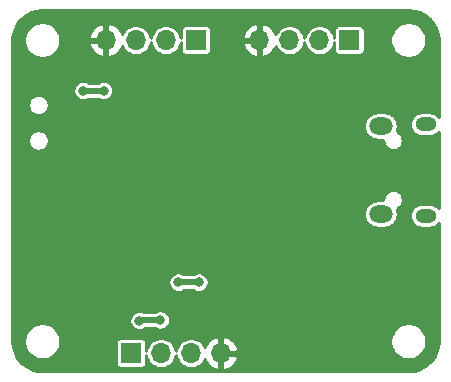
<source format=gbr>
%TF.GenerationSoftware,KiCad,Pcbnew,(5.1.10)-1*%
%TF.CreationDate,2025-06-17T20:32:58+05:30*%
%TF.ProjectId,STM32_Clone,53544d33-325f-4436-9c6f-6e652e6b6963,rev?*%
%TF.SameCoordinates,Original*%
%TF.FileFunction,Copper,L2,Bot*%
%TF.FilePolarity,Positive*%
%FSLAX46Y46*%
G04 Gerber Fmt 4.6, Leading zero omitted, Abs format (unit mm)*
G04 Created by KiCad (PCBNEW (5.1.10)-1) date 2025-06-17 20:32:58*
%MOMM*%
%LPD*%
G01*
G04 APERTURE LIST*
%TA.AperFunction,ComponentPad*%
%ADD10O,2.000000X1.450000*%
%TD*%
%TA.AperFunction,ComponentPad*%
%ADD11O,1.800000X1.150000*%
%TD*%
%TA.AperFunction,ComponentPad*%
%ADD12O,1.700000X1.700000*%
%TD*%
%TA.AperFunction,ComponentPad*%
%ADD13R,1.700000X1.700000*%
%TD*%
%TA.AperFunction,ViaPad*%
%ADD14C,0.800000*%
%TD*%
%TA.AperFunction,Conductor*%
%ADD15C,0.500000*%
%TD*%
%TA.AperFunction,Conductor*%
%ADD16C,0.250000*%
%TD*%
%TA.AperFunction,Conductor*%
%ADD17C,0.100000*%
%TD*%
G04 APERTURE END LIST*
D10*
%TO.P,J1,6*%
%TO.N,Net-(J1-Pad6)*%
X113650000Y-91225000D03*
X113650000Y-83775000D03*
D11*
X117450000Y-91375000D03*
X117450000Y-83625000D03*
%TD*%
D12*
%TO.P,J4,4*%
%TO.N,GND*%
X100120000Y-103000000D03*
%TO.P,J4,3*%
%TO.N,/I2C2_SDA*%
X97580000Y-103000000D03*
%TO.P,J4,2*%
%TO.N,/I2C2_SCL*%
X95040000Y-103000000D03*
D13*
%TO.P,J4,1*%
%TO.N,+3V3*%
X92500000Y-103000000D03*
%TD*%
D12*
%TO.P,J3,4*%
%TO.N,GND*%
X103380000Y-76500000D03*
%TO.P,J3,3*%
%TO.N,/SWCLK*%
X105920000Y-76500000D03*
%TO.P,J3,2*%
%TO.N,/SWDIO*%
X108460000Y-76500000D03*
D13*
%TO.P,J3,1*%
%TO.N,+3V3*%
X111000000Y-76500000D03*
%TD*%
D12*
%TO.P,J2,4*%
%TO.N,GND*%
X90380000Y-76500000D03*
%TO.P,J2,3*%
%TO.N,/USART1_RX*%
X92920000Y-76500000D03*
%TO.P,J2,2*%
%TO.N,/USART1_TX*%
X95460000Y-76500000D03*
D13*
%TO.P,J2,1*%
%TO.N,+3V3*%
X98000000Y-76500000D03*
%TD*%
D14*
%TO.N,GND*%
X98200000Y-92100000D03*
X95100000Y-96000000D03*
X87525000Y-94850000D03*
X88000000Y-99300000D03*
X87800000Y-90000000D03*
X103300000Y-87900000D03*
X93600000Y-90700000D03*
X87100000Y-79800000D03*
X90000000Y-84900000D03*
X115000000Y-93800000D03*
X93750000Y-87450000D03*
X108325000Y-90500000D03*
X108325000Y-91375000D03*
X108875000Y-95425000D03*
X109900000Y-95400000D03*
X111800000Y-94425000D03*
X84675000Y-93675000D03*
X88475000Y-93750000D03*
X89875000Y-88075000D03*
X112175000Y-86200000D03*
%TO.N,+3V3*%
X98250000Y-97000000D03*
X96500000Y-97000000D03*
X94975000Y-100200000D03*
X93200000Y-100250000D03*
X90200000Y-80775000D03*
X88450000Y-80775000D03*
%TD*%
D15*
%TO.N,+3V3*%
X98250000Y-97000000D02*
X96500000Y-97000000D01*
X93250000Y-100200000D02*
X93200000Y-100250000D01*
X94975000Y-100200000D02*
X93250000Y-100200000D01*
X90200000Y-80775000D02*
X88450000Y-80775000D01*
%TD*%
D16*
%TO.N,GND*%
X116494876Y-74000681D02*
X116970906Y-74144403D01*
X117409957Y-74377850D01*
X117795296Y-74692125D01*
X118112258Y-75075266D01*
X118348761Y-75512670D01*
X118495803Y-75987684D01*
X118550001Y-76503344D01*
X118550001Y-82993033D01*
X118485528Y-82914472D01*
X118333258Y-82789508D01*
X118159535Y-82696651D01*
X117971034Y-82639470D01*
X117824120Y-82625000D01*
X117075880Y-82625000D01*
X116928966Y-82639470D01*
X116740465Y-82696651D01*
X116566742Y-82789508D01*
X116414472Y-82914472D01*
X116289508Y-83066742D01*
X116196651Y-83240465D01*
X116139470Y-83428966D01*
X116120162Y-83625000D01*
X116139470Y-83821034D01*
X116196651Y-84009535D01*
X116289508Y-84183258D01*
X116414472Y-84335528D01*
X116566742Y-84460492D01*
X116740465Y-84553349D01*
X116928966Y-84610530D01*
X117075880Y-84625000D01*
X117824120Y-84625000D01*
X117971034Y-84610530D01*
X118159535Y-84553349D01*
X118333258Y-84460492D01*
X118485528Y-84335528D01*
X118550001Y-84256967D01*
X118550000Y-90743032D01*
X118485528Y-90664472D01*
X118333258Y-90539508D01*
X118159535Y-90446651D01*
X117971034Y-90389470D01*
X117824120Y-90375000D01*
X117075880Y-90375000D01*
X116928966Y-90389470D01*
X116740465Y-90446651D01*
X116566742Y-90539508D01*
X116414472Y-90664472D01*
X116289508Y-90816742D01*
X116196651Y-90990465D01*
X116139470Y-91178966D01*
X116120162Y-91375000D01*
X116139470Y-91571034D01*
X116196651Y-91759535D01*
X116289508Y-91933258D01*
X116414472Y-92085528D01*
X116566742Y-92210492D01*
X116740465Y-92303349D01*
X116928966Y-92360530D01*
X117075880Y-92375000D01*
X117824120Y-92375000D01*
X117971034Y-92360530D01*
X118159535Y-92303349D01*
X118333258Y-92210492D01*
X118485528Y-92085528D01*
X118550000Y-92006968D01*
X118550000Y-101977995D01*
X118499319Y-102494876D01*
X118355596Y-102970910D01*
X118122152Y-103409954D01*
X117807875Y-103795296D01*
X117424735Y-104112257D01*
X116987329Y-104348761D01*
X116512316Y-104495803D01*
X115996664Y-104550000D01*
X85022005Y-104550000D01*
X84505124Y-104499319D01*
X84029090Y-104355596D01*
X83590046Y-104122152D01*
X83204704Y-103807875D01*
X82887743Y-103424735D01*
X82651239Y-102987329D01*
X82504197Y-102512316D01*
X82450000Y-101996664D01*
X82450000Y-101849801D01*
X83475000Y-101849801D01*
X83475000Y-102150199D01*
X83533605Y-102444826D01*
X83648562Y-102722358D01*
X83815455Y-102972131D01*
X84027869Y-103184545D01*
X84277642Y-103351438D01*
X84555174Y-103466395D01*
X84849801Y-103525000D01*
X85150199Y-103525000D01*
X85444826Y-103466395D01*
X85722358Y-103351438D01*
X85972131Y-103184545D01*
X86184545Y-102972131D01*
X86351438Y-102722358D01*
X86466395Y-102444826D01*
X86525000Y-102150199D01*
X86525000Y-102150000D01*
X91222944Y-102150000D01*
X91222944Y-103850000D01*
X91231150Y-103933314D01*
X91255452Y-104013427D01*
X91294916Y-104087260D01*
X91348026Y-104151974D01*
X91412740Y-104205084D01*
X91486573Y-104244548D01*
X91566686Y-104268850D01*
X91650000Y-104277056D01*
X93350000Y-104277056D01*
X93433314Y-104268850D01*
X93513427Y-104244548D01*
X93587260Y-104205084D01*
X93651974Y-104151974D01*
X93705084Y-104087260D01*
X93744548Y-104013427D01*
X93768850Y-103933314D01*
X93777056Y-103850000D01*
X93777056Y-103186186D01*
X93813998Y-103371904D01*
X93910110Y-103603939D01*
X94049643Y-103812765D01*
X94227235Y-103990357D01*
X94436061Y-104129890D01*
X94668096Y-104226002D01*
X94914423Y-104275000D01*
X95165577Y-104275000D01*
X95411904Y-104226002D01*
X95643939Y-104129890D01*
X95852765Y-103990357D01*
X96030357Y-103812765D01*
X96169890Y-103603939D01*
X96266002Y-103371904D01*
X96310000Y-103150713D01*
X96353998Y-103371904D01*
X96450110Y-103603939D01*
X96589643Y-103812765D01*
X96767235Y-103990357D01*
X96976061Y-104129890D01*
X97208096Y-104226002D01*
X97454423Y-104275000D01*
X97705577Y-104275000D01*
X97951904Y-104226002D01*
X98183939Y-104129890D01*
X98392765Y-103990357D01*
X98570357Y-103812765D01*
X98709890Y-103603939D01*
X98745873Y-103517067D01*
X98784406Y-103625962D01*
X98932188Y-103874496D01*
X99125617Y-104089423D01*
X99357260Y-104262485D01*
X99618214Y-104387030D01*
X99766628Y-104432045D01*
X99995000Y-104312812D01*
X99995000Y-103125000D01*
X100245000Y-103125000D01*
X100245000Y-104312812D01*
X100473372Y-104432045D01*
X100621786Y-104387030D01*
X100882740Y-104262485D01*
X101114383Y-104089423D01*
X101307812Y-103874496D01*
X101455594Y-103625962D01*
X101552050Y-103353373D01*
X101433449Y-103125000D01*
X100245000Y-103125000D01*
X99995000Y-103125000D01*
X99975000Y-103125000D01*
X99975000Y-102875000D01*
X99995000Y-102875000D01*
X99995000Y-101687188D01*
X100245000Y-101687188D01*
X100245000Y-102875000D01*
X101433449Y-102875000D01*
X101552050Y-102646627D01*
X101455594Y-102374038D01*
X101307812Y-102125504D01*
X101114383Y-101910577D01*
X101033035Y-101849801D01*
X114475000Y-101849801D01*
X114475000Y-102150199D01*
X114533605Y-102444826D01*
X114648562Y-102722358D01*
X114815455Y-102972131D01*
X115027869Y-103184545D01*
X115277642Y-103351438D01*
X115555174Y-103466395D01*
X115849801Y-103525000D01*
X116150199Y-103525000D01*
X116444826Y-103466395D01*
X116722358Y-103351438D01*
X116972131Y-103184545D01*
X117184545Y-102972131D01*
X117351438Y-102722358D01*
X117466395Y-102444826D01*
X117525000Y-102150199D01*
X117525000Y-101849801D01*
X117466395Y-101555174D01*
X117351438Y-101277642D01*
X117184545Y-101027869D01*
X116972131Y-100815455D01*
X116722358Y-100648562D01*
X116444826Y-100533605D01*
X116150199Y-100475000D01*
X115849801Y-100475000D01*
X115555174Y-100533605D01*
X115277642Y-100648562D01*
X115027869Y-100815455D01*
X114815455Y-101027869D01*
X114648562Y-101277642D01*
X114533605Y-101555174D01*
X114475000Y-101849801D01*
X101033035Y-101849801D01*
X100882740Y-101737515D01*
X100621786Y-101612970D01*
X100473372Y-101567955D01*
X100245000Y-101687188D01*
X99995000Y-101687188D01*
X99766628Y-101567955D01*
X99618214Y-101612970D01*
X99357260Y-101737515D01*
X99125617Y-101910577D01*
X98932188Y-102125504D01*
X98784406Y-102374038D01*
X98745873Y-102482933D01*
X98709890Y-102396061D01*
X98570357Y-102187235D01*
X98392765Y-102009643D01*
X98183939Y-101870110D01*
X97951904Y-101773998D01*
X97705577Y-101725000D01*
X97454423Y-101725000D01*
X97208096Y-101773998D01*
X96976061Y-101870110D01*
X96767235Y-102009643D01*
X96589643Y-102187235D01*
X96450110Y-102396061D01*
X96353998Y-102628096D01*
X96310000Y-102849287D01*
X96266002Y-102628096D01*
X96169890Y-102396061D01*
X96030357Y-102187235D01*
X95852765Y-102009643D01*
X95643939Y-101870110D01*
X95411904Y-101773998D01*
X95165577Y-101725000D01*
X94914423Y-101725000D01*
X94668096Y-101773998D01*
X94436061Y-101870110D01*
X94227235Y-102009643D01*
X94049643Y-102187235D01*
X93910110Y-102396061D01*
X93813998Y-102628096D01*
X93777056Y-102813814D01*
X93777056Y-102150000D01*
X93768850Y-102066686D01*
X93744548Y-101986573D01*
X93705084Y-101912740D01*
X93651974Y-101848026D01*
X93587260Y-101794916D01*
X93513427Y-101755452D01*
X93433314Y-101731150D01*
X93350000Y-101722944D01*
X91650000Y-101722944D01*
X91566686Y-101731150D01*
X91486573Y-101755452D01*
X91412740Y-101794916D01*
X91348026Y-101848026D01*
X91294916Y-101912740D01*
X91255452Y-101986573D01*
X91231150Y-102066686D01*
X91222944Y-102150000D01*
X86525000Y-102150000D01*
X86525000Y-101849801D01*
X86466395Y-101555174D01*
X86351438Y-101277642D01*
X86184545Y-101027869D01*
X85972131Y-100815455D01*
X85722358Y-100648562D01*
X85444826Y-100533605D01*
X85150199Y-100475000D01*
X84849801Y-100475000D01*
X84555174Y-100533605D01*
X84277642Y-100648562D01*
X84027869Y-100815455D01*
X83815455Y-101027869D01*
X83648562Y-101277642D01*
X83533605Y-101555174D01*
X83475000Y-101849801D01*
X82450000Y-101849801D01*
X82450000Y-100168745D01*
X92375000Y-100168745D01*
X92375000Y-100331255D01*
X92406704Y-100490644D01*
X92468894Y-100640784D01*
X92559181Y-100775907D01*
X92674093Y-100890819D01*
X92809216Y-100981106D01*
X92959356Y-101043296D01*
X93118745Y-101075000D01*
X93281255Y-101075000D01*
X93440644Y-101043296D01*
X93590784Y-100981106D01*
X93725907Y-100890819D01*
X93741726Y-100875000D01*
X94500248Y-100875000D01*
X94584216Y-100931106D01*
X94734356Y-100993296D01*
X94893745Y-101025000D01*
X95056255Y-101025000D01*
X95215644Y-100993296D01*
X95365784Y-100931106D01*
X95500907Y-100840819D01*
X95615819Y-100725907D01*
X95706106Y-100590784D01*
X95768296Y-100440644D01*
X95800000Y-100281255D01*
X95800000Y-100118745D01*
X95768296Y-99959356D01*
X95706106Y-99809216D01*
X95615819Y-99674093D01*
X95500907Y-99559181D01*
X95365784Y-99468894D01*
X95215644Y-99406704D01*
X95056255Y-99375000D01*
X94893745Y-99375000D01*
X94734356Y-99406704D01*
X94584216Y-99468894D01*
X94500248Y-99525000D01*
X93599922Y-99525000D01*
X93590784Y-99518894D01*
X93440644Y-99456704D01*
X93281255Y-99425000D01*
X93118745Y-99425000D01*
X92959356Y-99456704D01*
X92809216Y-99518894D01*
X92674093Y-99609181D01*
X92559181Y-99724093D01*
X92468894Y-99859216D01*
X92406704Y-100009356D01*
X92375000Y-100168745D01*
X82450000Y-100168745D01*
X82450000Y-96918745D01*
X95675000Y-96918745D01*
X95675000Y-97081255D01*
X95706704Y-97240644D01*
X95768894Y-97390784D01*
X95859181Y-97525907D01*
X95974093Y-97640819D01*
X96109216Y-97731106D01*
X96259356Y-97793296D01*
X96418745Y-97825000D01*
X96581255Y-97825000D01*
X96740644Y-97793296D01*
X96890784Y-97731106D01*
X96974752Y-97675000D01*
X97775248Y-97675000D01*
X97859216Y-97731106D01*
X98009356Y-97793296D01*
X98168745Y-97825000D01*
X98331255Y-97825000D01*
X98490644Y-97793296D01*
X98640784Y-97731106D01*
X98775907Y-97640819D01*
X98890819Y-97525907D01*
X98981106Y-97390784D01*
X99043296Y-97240644D01*
X99075000Y-97081255D01*
X99075000Y-96918745D01*
X99043296Y-96759356D01*
X98981106Y-96609216D01*
X98890819Y-96474093D01*
X98775907Y-96359181D01*
X98640784Y-96268894D01*
X98490644Y-96206704D01*
X98331255Y-96175000D01*
X98168745Y-96175000D01*
X98009356Y-96206704D01*
X97859216Y-96268894D01*
X97775248Y-96325000D01*
X96974752Y-96325000D01*
X96890784Y-96268894D01*
X96740644Y-96206704D01*
X96581255Y-96175000D01*
X96418745Y-96175000D01*
X96259356Y-96206704D01*
X96109216Y-96268894D01*
X95974093Y-96359181D01*
X95859181Y-96474093D01*
X95768894Y-96609216D01*
X95706704Y-96759356D01*
X95675000Y-96918745D01*
X82450000Y-96918745D01*
X82450000Y-91225000D01*
X112219436Y-91225000D01*
X112241640Y-91450439D01*
X112307398Y-91667215D01*
X112414184Y-91866997D01*
X112557893Y-92042107D01*
X112733003Y-92185816D01*
X112932785Y-92292602D01*
X113149561Y-92358360D01*
X113318508Y-92375000D01*
X113981492Y-92375000D01*
X114150439Y-92358360D01*
X114367215Y-92292602D01*
X114566997Y-92185816D01*
X114742107Y-92042107D01*
X114885816Y-91866997D01*
X114992602Y-91667215D01*
X115058360Y-91450439D01*
X115080564Y-91225000D01*
X115058360Y-90999561D01*
X114992602Y-90782785D01*
X114987783Y-90773770D01*
X115090784Y-90731106D01*
X115225907Y-90640819D01*
X115340819Y-90525907D01*
X115431106Y-90390784D01*
X115493296Y-90240644D01*
X115525000Y-90081255D01*
X115525000Y-89918745D01*
X115493296Y-89759356D01*
X115431106Y-89609216D01*
X115340819Y-89474093D01*
X115225907Y-89359181D01*
X115090784Y-89268894D01*
X114940644Y-89206704D01*
X114781255Y-89175000D01*
X114618745Y-89175000D01*
X114459356Y-89206704D01*
X114309216Y-89268894D01*
X114174093Y-89359181D01*
X114059181Y-89474093D01*
X113968894Y-89609216D01*
X113906704Y-89759356D01*
X113875000Y-89918745D01*
X113875000Y-90075000D01*
X113318508Y-90075000D01*
X113149561Y-90091640D01*
X112932785Y-90157398D01*
X112733003Y-90264184D01*
X112557893Y-90407893D01*
X112414184Y-90583003D01*
X112307398Y-90782785D01*
X112241640Y-90999561D01*
X112219436Y-91225000D01*
X82450000Y-91225000D01*
X82450000Y-84913820D01*
X83795000Y-84913820D01*
X83795000Y-85086180D01*
X83828626Y-85255228D01*
X83894585Y-85414468D01*
X83990343Y-85557780D01*
X84112220Y-85679657D01*
X84255532Y-85775415D01*
X84414772Y-85841374D01*
X84583820Y-85875000D01*
X84756180Y-85875000D01*
X84925228Y-85841374D01*
X85084468Y-85775415D01*
X85227780Y-85679657D01*
X85349657Y-85557780D01*
X85445415Y-85414468D01*
X85511374Y-85255228D01*
X85545000Y-85086180D01*
X85545000Y-84913820D01*
X85511374Y-84744772D01*
X85445415Y-84585532D01*
X85349657Y-84442220D01*
X85227780Y-84320343D01*
X85084468Y-84224585D01*
X84925228Y-84158626D01*
X84756180Y-84125000D01*
X84583820Y-84125000D01*
X84414772Y-84158626D01*
X84255532Y-84224585D01*
X84112220Y-84320343D01*
X83990343Y-84442220D01*
X83894585Y-84585532D01*
X83828626Y-84744772D01*
X83795000Y-84913820D01*
X82450000Y-84913820D01*
X82450000Y-83775000D01*
X112219436Y-83775000D01*
X112241640Y-84000439D01*
X112307398Y-84217215D01*
X112414184Y-84416997D01*
X112557893Y-84592107D01*
X112733003Y-84735816D01*
X112932785Y-84842602D01*
X113149561Y-84908360D01*
X113318508Y-84925000D01*
X113875000Y-84925000D01*
X113875000Y-85081255D01*
X113906704Y-85240644D01*
X113968894Y-85390784D01*
X114059181Y-85525907D01*
X114174093Y-85640819D01*
X114309216Y-85731106D01*
X114459356Y-85793296D01*
X114618745Y-85825000D01*
X114781255Y-85825000D01*
X114940644Y-85793296D01*
X115090784Y-85731106D01*
X115225907Y-85640819D01*
X115340819Y-85525907D01*
X115431106Y-85390784D01*
X115493296Y-85240644D01*
X115525000Y-85081255D01*
X115525000Y-84918745D01*
X115493296Y-84759356D01*
X115431106Y-84609216D01*
X115340819Y-84474093D01*
X115225907Y-84359181D01*
X115090784Y-84268894D01*
X114987783Y-84226230D01*
X114992602Y-84217215D01*
X115058360Y-84000439D01*
X115080564Y-83775000D01*
X115058360Y-83549561D01*
X114992602Y-83332785D01*
X114885816Y-83133003D01*
X114742107Y-82957893D01*
X114566997Y-82814184D01*
X114367215Y-82707398D01*
X114150439Y-82641640D01*
X113981492Y-82625000D01*
X113318508Y-82625000D01*
X113149561Y-82641640D01*
X112932785Y-82707398D01*
X112733003Y-82814184D01*
X112557893Y-82957893D01*
X112414184Y-83133003D01*
X112307398Y-83332785D01*
X112241640Y-83549561D01*
X112219436Y-83775000D01*
X82450000Y-83775000D01*
X82450000Y-81913820D01*
X83795000Y-81913820D01*
X83795000Y-82086180D01*
X83828626Y-82255228D01*
X83894585Y-82414468D01*
X83990343Y-82557780D01*
X84112220Y-82679657D01*
X84255532Y-82775415D01*
X84414772Y-82841374D01*
X84583820Y-82875000D01*
X84756180Y-82875000D01*
X84925228Y-82841374D01*
X85084468Y-82775415D01*
X85227780Y-82679657D01*
X85349657Y-82557780D01*
X85445415Y-82414468D01*
X85511374Y-82255228D01*
X85545000Y-82086180D01*
X85545000Y-81913820D01*
X85511374Y-81744772D01*
X85445415Y-81585532D01*
X85349657Y-81442220D01*
X85227780Y-81320343D01*
X85084468Y-81224585D01*
X84925228Y-81158626D01*
X84756180Y-81125000D01*
X84583820Y-81125000D01*
X84414772Y-81158626D01*
X84255532Y-81224585D01*
X84112220Y-81320343D01*
X83990343Y-81442220D01*
X83894585Y-81585532D01*
X83828626Y-81744772D01*
X83795000Y-81913820D01*
X82450000Y-81913820D01*
X82450000Y-80693745D01*
X87625000Y-80693745D01*
X87625000Y-80856255D01*
X87656704Y-81015644D01*
X87718894Y-81165784D01*
X87809181Y-81300907D01*
X87924093Y-81415819D01*
X88059216Y-81506106D01*
X88209356Y-81568296D01*
X88368745Y-81600000D01*
X88531255Y-81600000D01*
X88690644Y-81568296D01*
X88840784Y-81506106D01*
X88924752Y-81450000D01*
X89725248Y-81450000D01*
X89809216Y-81506106D01*
X89959356Y-81568296D01*
X90118745Y-81600000D01*
X90281255Y-81600000D01*
X90440644Y-81568296D01*
X90590784Y-81506106D01*
X90725907Y-81415819D01*
X90840819Y-81300907D01*
X90931106Y-81165784D01*
X90993296Y-81015644D01*
X91025000Y-80856255D01*
X91025000Y-80693745D01*
X90993296Y-80534356D01*
X90931106Y-80384216D01*
X90840819Y-80249093D01*
X90725907Y-80134181D01*
X90590784Y-80043894D01*
X90440644Y-79981704D01*
X90281255Y-79950000D01*
X90118745Y-79950000D01*
X89959356Y-79981704D01*
X89809216Y-80043894D01*
X89725248Y-80100000D01*
X88924752Y-80100000D01*
X88840784Y-80043894D01*
X88690644Y-79981704D01*
X88531255Y-79950000D01*
X88368745Y-79950000D01*
X88209356Y-79981704D01*
X88059216Y-80043894D01*
X87924093Y-80134181D01*
X87809181Y-80249093D01*
X87718894Y-80384216D01*
X87656704Y-80534356D01*
X87625000Y-80693745D01*
X82450000Y-80693745D01*
X82450000Y-76522006D01*
X82466884Y-76349801D01*
X83475000Y-76349801D01*
X83475000Y-76650199D01*
X83533605Y-76944826D01*
X83648562Y-77222358D01*
X83815455Y-77472131D01*
X84027869Y-77684545D01*
X84277642Y-77851438D01*
X84555174Y-77966395D01*
X84849801Y-78025000D01*
X85150199Y-78025000D01*
X85444826Y-77966395D01*
X85722358Y-77851438D01*
X85972131Y-77684545D01*
X86184545Y-77472131D01*
X86351438Y-77222358D01*
X86466395Y-76944826D01*
X86484586Y-76853373D01*
X88947950Y-76853373D01*
X89044406Y-77125962D01*
X89192188Y-77374496D01*
X89385617Y-77589423D01*
X89617260Y-77762485D01*
X89878214Y-77887030D01*
X90026628Y-77932045D01*
X90255000Y-77812812D01*
X90255000Y-76625000D01*
X89066551Y-76625000D01*
X88947950Y-76853373D01*
X86484586Y-76853373D01*
X86525000Y-76650199D01*
X86525000Y-76349801D01*
X86484587Y-76146627D01*
X88947950Y-76146627D01*
X89066551Y-76375000D01*
X90255000Y-76375000D01*
X90255000Y-75187188D01*
X90505000Y-75187188D01*
X90505000Y-76375000D01*
X90525000Y-76375000D01*
X90525000Y-76625000D01*
X90505000Y-76625000D01*
X90505000Y-77812812D01*
X90733372Y-77932045D01*
X90881786Y-77887030D01*
X91142740Y-77762485D01*
X91374383Y-77589423D01*
X91567812Y-77374496D01*
X91715594Y-77125962D01*
X91754127Y-77017067D01*
X91790110Y-77103939D01*
X91929643Y-77312765D01*
X92107235Y-77490357D01*
X92316061Y-77629890D01*
X92548096Y-77726002D01*
X92794423Y-77775000D01*
X93045577Y-77775000D01*
X93291904Y-77726002D01*
X93523939Y-77629890D01*
X93732765Y-77490357D01*
X93910357Y-77312765D01*
X94049890Y-77103939D01*
X94146002Y-76871904D01*
X94190000Y-76650713D01*
X94233998Y-76871904D01*
X94330110Y-77103939D01*
X94469643Y-77312765D01*
X94647235Y-77490357D01*
X94856061Y-77629890D01*
X95088096Y-77726002D01*
X95334423Y-77775000D01*
X95585577Y-77775000D01*
X95831904Y-77726002D01*
X96063939Y-77629890D01*
X96272765Y-77490357D01*
X96450357Y-77312765D01*
X96589890Y-77103939D01*
X96686002Y-76871904D01*
X96722944Y-76686186D01*
X96722944Y-77350000D01*
X96731150Y-77433314D01*
X96755452Y-77513427D01*
X96794916Y-77587260D01*
X96848026Y-77651974D01*
X96912740Y-77705084D01*
X96986573Y-77744548D01*
X97066686Y-77768850D01*
X97150000Y-77777056D01*
X98850000Y-77777056D01*
X98933314Y-77768850D01*
X99013427Y-77744548D01*
X99087260Y-77705084D01*
X99151974Y-77651974D01*
X99205084Y-77587260D01*
X99244548Y-77513427D01*
X99268850Y-77433314D01*
X99277056Y-77350000D01*
X99277056Y-76853373D01*
X101947950Y-76853373D01*
X102044406Y-77125962D01*
X102192188Y-77374496D01*
X102385617Y-77589423D01*
X102617260Y-77762485D01*
X102878214Y-77887030D01*
X103026628Y-77932045D01*
X103255000Y-77812812D01*
X103255000Y-76625000D01*
X102066551Y-76625000D01*
X101947950Y-76853373D01*
X99277056Y-76853373D01*
X99277056Y-76146627D01*
X101947950Y-76146627D01*
X102066551Y-76375000D01*
X103255000Y-76375000D01*
X103255000Y-75187188D01*
X103505000Y-75187188D01*
X103505000Y-76375000D01*
X103525000Y-76375000D01*
X103525000Y-76625000D01*
X103505000Y-76625000D01*
X103505000Y-77812812D01*
X103733372Y-77932045D01*
X103881786Y-77887030D01*
X104142740Y-77762485D01*
X104374383Y-77589423D01*
X104567812Y-77374496D01*
X104715594Y-77125962D01*
X104754127Y-77017067D01*
X104790110Y-77103939D01*
X104929643Y-77312765D01*
X105107235Y-77490357D01*
X105316061Y-77629890D01*
X105548096Y-77726002D01*
X105794423Y-77775000D01*
X106045577Y-77775000D01*
X106291904Y-77726002D01*
X106523939Y-77629890D01*
X106732765Y-77490357D01*
X106910357Y-77312765D01*
X107049890Y-77103939D01*
X107146002Y-76871904D01*
X107190000Y-76650713D01*
X107233998Y-76871904D01*
X107330110Y-77103939D01*
X107469643Y-77312765D01*
X107647235Y-77490357D01*
X107856061Y-77629890D01*
X108088096Y-77726002D01*
X108334423Y-77775000D01*
X108585577Y-77775000D01*
X108831904Y-77726002D01*
X109063939Y-77629890D01*
X109272765Y-77490357D01*
X109450357Y-77312765D01*
X109589890Y-77103939D01*
X109686002Y-76871904D01*
X109722944Y-76686186D01*
X109722944Y-77350000D01*
X109731150Y-77433314D01*
X109755452Y-77513427D01*
X109794916Y-77587260D01*
X109848026Y-77651974D01*
X109912740Y-77705084D01*
X109986573Y-77744548D01*
X110066686Y-77768850D01*
X110150000Y-77777056D01*
X111850000Y-77777056D01*
X111933314Y-77768850D01*
X112013427Y-77744548D01*
X112087260Y-77705084D01*
X112151974Y-77651974D01*
X112205084Y-77587260D01*
X112244548Y-77513427D01*
X112268850Y-77433314D01*
X112277056Y-77350000D01*
X112277056Y-76349801D01*
X114475000Y-76349801D01*
X114475000Y-76650199D01*
X114533605Y-76944826D01*
X114648562Y-77222358D01*
X114815455Y-77472131D01*
X115027869Y-77684545D01*
X115277642Y-77851438D01*
X115555174Y-77966395D01*
X115849801Y-78025000D01*
X116150199Y-78025000D01*
X116444826Y-77966395D01*
X116722358Y-77851438D01*
X116972131Y-77684545D01*
X117184545Y-77472131D01*
X117351438Y-77222358D01*
X117466395Y-76944826D01*
X117525000Y-76650199D01*
X117525000Y-76349801D01*
X117466395Y-76055174D01*
X117351438Y-75777642D01*
X117184545Y-75527869D01*
X116972131Y-75315455D01*
X116722358Y-75148562D01*
X116444826Y-75033605D01*
X116150199Y-74975000D01*
X115849801Y-74975000D01*
X115555174Y-75033605D01*
X115277642Y-75148562D01*
X115027869Y-75315455D01*
X114815455Y-75527869D01*
X114648562Y-75777642D01*
X114533605Y-76055174D01*
X114475000Y-76349801D01*
X112277056Y-76349801D01*
X112277056Y-75650000D01*
X112268850Y-75566686D01*
X112244548Y-75486573D01*
X112205084Y-75412740D01*
X112151974Y-75348026D01*
X112087260Y-75294916D01*
X112013427Y-75255452D01*
X111933314Y-75231150D01*
X111850000Y-75222944D01*
X110150000Y-75222944D01*
X110066686Y-75231150D01*
X109986573Y-75255452D01*
X109912740Y-75294916D01*
X109848026Y-75348026D01*
X109794916Y-75412740D01*
X109755452Y-75486573D01*
X109731150Y-75566686D01*
X109722944Y-75650000D01*
X109722944Y-76313814D01*
X109686002Y-76128096D01*
X109589890Y-75896061D01*
X109450357Y-75687235D01*
X109272765Y-75509643D01*
X109063939Y-75370110D01*
X108831904Y-75273998D01*
X108585577Y-75225000D01*
X108334423Y-75225000D01*
X108088096Y-75273998D01*
X107856061Y-75370110D01*
X107647235Y-75509643D01*
X107469643Y-75687235D01*
X107330110Y-75896061D01*
X107233998Y-76128096D01*
X107190000Y-76349287D01*
X107146002Y-76128096D01*
X107049890Y-75896061D01*
X106910357Y-75687235D01*
X106732765Y-75509643D01*
X106523939Y-75370110D01*
X106291904Y-75273998D01*
X106045577Y-75225000D01*
X105794423Y-75225000D01*
X105548096Y-75273998D01*
X105316061Y-75370110D01*
X105107235Y-75509643D01*
X104929643Y-75687235D01*
X104790110Y-75896061D01*
X104754127Y-75982933D01*
X104715594Y-75874038D01*
X104567812Y-75625504D01*
X104374383Y-75410577D01*
X104142740Y-75237515D01*
X103881786Y-75112970D01*
X103733372Y-75067955D01*
X103505000Y-75187188D01*
X103255000Y-75187188D01*
X103026628Y-75067955D01*
X102878214Y-75112970D01*
X102617260Y-75237515D01*
X102385617Y-75410577D01*
X102192188Y-75625504D01*
X102044406Y-75874038D01*
X101947950Y-76146627D01*
X99277056Y-76146627D01*
X99277056Y-75650000D01*
X99268850Y-75566686D01*
X99244548Y-75486573D01*
X99205084Y-75412740D01*
X99151974Y-75348026D01*
X99087260Y-75294916D01*
X99013427Y-75255452D01*
X98933314Y-75231150D01*
X98850000Y-75222944D01*
X97150000Y-75222944D01*
X97066686Y-75231150D01*
X96986573Y-75255452D01*
X96912740Y-75294916D01*
X96848026Y-75348026D01*
X96794916Y-75412740D01*
X96755452Y-75486573D01*
X96731150Y-75566686D01*
X96722944Y-75650000D01*
X96722944Y-76313814D01*
X96686002Y-76128096D01*
X96589890Y-75896061D01*
X96450357Y-75687235D01*
X96272765Y-75509643D01*
X96063939Y-75370110D01*
X95831904Y-75273998D01*
X95585577Y-75225000D01*
X95334423Y-75225000D01*
X95088096Y-75273998D01*
X94856061Y-75370110D01*
X94647235Y-75509643D01*
X94469643Y-75687235D01*
X94330110Y-75896061D01*
X94233998Y-76128096D01*
X94190000Y-76349287D01*
X94146002Y-76128096D01*
X94049890Y-75896061D01*
X93910357Y-75687235D01*
X93732765Y-75509643D01*
X93523939Y-75370110D01*
X93291904Y-75273998D01*
X93045577Y-75225000D01*
X92794423Y-75225000D01*
X92548096Y-75273998D01*
X92316061Y-75370110D01*
X92107235Y-75509643D01*
X91929643Y-75687235D01*
X91790110Y-75896061D01*
X91754127Y-75982933D01*
X91715594Y-75874038D01*
X91567812Y-75625504D01*
X91374383Y-75410577D01*
X91142740Y-75237515D01*
X90881786Y-75112970D01*
X90733372Y-75067955D01*
X90505000Y-75187188D01*
X90255000Y-75187188D01*
X90026628Y-75067955D01*
X89878214Y-75112970D01*
X89617260Y-75237515D01*
X89385617Y-75410577D01*
X89192188Y-75625504D01*
X89044406Y-75874038D01*
X88947950Y-76146627D01*
X86484587Y-76146627D01*
X86466395Y-76055174D01*
X86351438Y-75777642D01*
X86184545Y-75527869D01*
X85972131Y-75315455D01*
X85722358Y-75148562D01*
X85444826Y-75033605D01*
X85150199Y-74975000D01*
X84849801Y-74975000D01*
X84555174Y-75033605D01*
X84277642Y-75148562D01*
X84027869Y-75315455D01*
X83815455Y-75527869D01*
X83648562Y-75777642D01*
X83533605Y-76055174D01*
X83475000Y-76349801D01*
X82466884Y-76349801D01*
X82500681Y-76005124D01*
X82644403Y-75529094D01*
X82877850Y-75090043D01*
X83192125Y-74704704D01*
X83575266Y-74387742D01*
X84012670Y-74151239D01*
X84487684Y-74004197D01*
X85003335Y-73950000D01*
X115977994Y-73950000D01*
X116494876Y-74000681D01*
%TA.AperFunction,Conductor*%
D17*
G36*
X116494876Y-74000681D02*
G01*
X116970906Y-74144403D01*
X117409957Y-74377850D01*
X117795296Y-74692125D01*
X118112258Y-75075266D01*
X118348761Y-75512670D01*
X118495803Y-75987684D01*
X118550001Y-76503344D01*
X118550001Y-82993033D01*
X118485528Y-82914472D01*
X118333258Y-82789508D01*
X118159535Y-82696651D01*
X117971034Y-82639470D01*
X117824120Y-82625000D01*
X117075880Y-82625000D01*
X116928966Y-82639470D01*
X116740465Y-82696651D01*
X116566742Y-82789508D01*
X116414472Y-82914472D01*
X116289508Y-83066742D01*
X116196651Y-83240465D01*
X116139470Y-83428966D01*
X116120162Y-83625000D01*
X116139470Y-83821034D01*
X116196651Y-84009535D01*
X116289508Y-84183258D01*
X116414472Y-84335528D01*
X116566742Y-84460492D01*
X116740465Y-84553349D01*
X116928966Y-84610530D01*
X117075880Y-84625000D01*
X117824120Y-84625000D01*
X117971034Y-84610530D01*
X118159535Y-84553349D01*
X118333258Y-84460492D01*
X118485528Y-84335528D01*
X118550001Y-84256967D01*
X118550000Y-90743032D01*
X118485528Y-90664472D01*
X118333258Y-90539508D01*
X118159535Y-90446651D01*
X117971034Y-90389470D01*
X117824120Y-90375000D01*
X117075880Y-90375000D01*
X116928966Y-90389470D01*
X116740465Y-90446651D01*
X116566742Y-90539508D01*
X116414472Y-90664472D01*
X116289508Y-90816742D01*
X116196651Y-90990465D01*
X116139470Y-91178966D01*
X116120162Y-91375000D01*
X116139470Y-91571034D01*
X116196651Y-91759535D01*
X116289508Y-91933258D01*
X116414472Y-92085528D01*
X116566742Y-92210492D01*
X116740465Y-92303349D01*
X116928966Y-92360530D01*
X117075880Y-92375000D01*
X117824120Y-92375000D01*
X117971034Y-92360530D01*
X118159535Y-92303349D01*
X118333258Y-92210492D01*
X118485528Y-92085528D01*
X118550000Y-92006968D01*
X118550000Y-101977995D01*
X118499319Y-102494876D01*
X118355596Y-102970910D01*
X118122152Y-103409954D01*
X117807875Y-103795296D01*
X117424735Y-104112257D01*
X116987329Y-104348761D01*
X116512316Y-104495803D01*
X115996664Y-104550000D01*
X85022005Y-104550000D01*
X84505124Y-104499319D01*
X84029090Y-104355596D01*
X83590046Y-104122152D01*
X83204704Y-103807875D01*
X82887743Y-103424735D01*
X82651239Y-102987329D01*
X82504197Y-102512316D01*
X82450000Y-101996664D01*
X82450000Y-101849801D01*
X83475000Y-101849801D01*
X83475000Y-102150199D01*
X83533605Y-102444826D01*
X83648562Y-102722358D01*
X83815455Y-102972131D01*
X84027869Y-103184545D01*
X84277642Y-103351438D01*
X84555174Y-103466395D01*
X84849801Y-103525000D01*
X85150199Y-103525000D01*
X85444826Y-103466395D01*
X85722358Y-103351438D01*
X85972131Y-103184545D01*
X86184545Y-102972131D01*
X86351438Y-102722358D01*
X86466395Y-102444826D01*
X86525000Y-102150199D01*
X86525000Y-102150000D01*
X91222944Y-102150000D01*
X91222944Y-103850000D01*
X91231150Y-103933314D01*
X91255452Y-104013427D01*
X91294916Y-104087260D01*
X91348026Y-104151974D01*
X91412740Y-104205084D01*
X91486573Y-104244548D01*
X91566686Y-104268850D01*
X91650000Y-104277056D01*
X93350000Y-104277056D01*
X93433314Y-104268850D01*
X93513427Y-104244548D01*
X93587260Y-104205084D01*
X93651974Y-104151974D01*
X93705084Y-104087260D01*
X93744548Y-104013427D01*
X93768850Y-103933314D01*
X93777056Y-103850000D01*
X93777056Y-103186186D01*
X93813998Y-103371904D01*
X93910110Y-103603939D01*
X94049643Y-103812765D01*
X94227235Y-103990357D01*
X94436061Y-104129890D01*
X94668096Y-104226002D01*
X94914423Y-104275000D01*
X95165577Y-104275000D01*
X95411904Y-104226002D01*
X95643939Y-104129890D01*
X95852765Y-103990357D01*
X96030357Y-103812765D01*
X96169890Y-103603939D01*
X96266002Y-103371904D01*
X96310000Y-103150713D01*
X96353998Y-103371904D01*
X96450110Y-103603939D01*
X96589643Y-103812765D01*
X96767235Y-103990357D01*
X96976061Y-104129890D01*
X97208096Y-104226002D01*
X97454423Y-104275000D01*
X97705577Y-104275000D01*
X97951904Y-104226002D01*
X98183939Y-104129890D01*
X98392765Y-103990357D01*
X98570357Y-103812765D01*
X98709890Y-103603939D01*
X98745873Y-103517067D01*
X98784406Y-103625962D01*
X98932188Y-103874496D01*
X99125617Y-104089423D01*
X99357260Y-104262485D01*
X99618214Y-104387030D01*
X99766628Y-104432045D01*
X99995000Y-104312812D01*
X99995000Y-103125000D01*
X100245000Y-103125000D01*
X100245000Y-104312812D01*
X100473372Y-104432045D01*
X100621786Y-104387030D01*
X100882740Y-104262485D01*
X101114383Y-104089423D01*
X101307812Y-103874496D01*
X101455594Y-103625962D01*
X101552050Y-103353373D01*
X101433449Y-103125000D01*
X100245000Y-103125000D01*
X99995000Y-103125000D01*
X99975000Y-103125000D01*
X99975000Y-102875000D01*
X99995000Y-102875000D01*
X99995000Y-101687188D01*
X100245000Y-101687188D01*
X100245000Y-102875000D01*
X101433449Y-102875000D01*
X101552050Y-102646627D01*
X101455594Y-102374038D01*
X101307812Y-102125504D01*
X101114383Y-101910577D01*
X101033035Y-101849801D01*
X114475000Y-101849801D01*
X114475000Y-102150199D01*
X114533605Y-102444826D01*
X114648562Y-102722358D01*
X114815455Y-102972131D01*
X115027869Y-103184545D01*
X115277642Y-103351438D01*
X115555174Y-103466395D01*
X115849801Y-103525000D01*
X116150199Y-103525000D01*
X116444826Y-103466395D01*
X116722358Y-103351438D01*
X116972131Y-103184545D01*
X117184545Y-102972131D01*
X117351438Y-102722358D01*
X117466395Y-102444826D01*
X117525000Y-102150199D01*
X117525000Y-101849801D01*
X117466395Y-101555174D01*
X117351438Y-101277642D01*
X117184545Y-101027869D01*
X116972131Y-100815455D01*
X116722358Y-100648562D01*
X116444826Y-100533605D01*
X116150199Y-100475000D01*
X115849801Y-100475000D01*
X115555174Y-100533605D01*
X115277642Y-100648562D01*
X115027869Y-100815455D01*
X114815455Y-101027869D01*
X114648562Y-101277642D01*
X114533605Y-101555174D01*
X114475000Y-101849801D01*
X101033035Y-101849801D01*
X100882740Y-101737515D01*
X100621786Y-101612970D01*
X100473372Y-101567955D01*
X100245000Y-101687188D01*
X99995000Y-101687188D01*
X99766628Y-101567955D01*
X99618214Y-101612970D01*
X99357260Y-101737515D01*
X99125617Y-101910577D01*
X98932188Y-102125504D01*
X98784406Y-102374038D01*
X98745873Y-102482933D01*
X98709890Y-102396061D01*
X98570357Y-102187235D01*
X98392765Y-102009643D01*
X98183939Y-101870110D01*
X97951904Y-101773998D01*
X97705577Y-101725000D01*
X97454423Y-101725000D01*
X97208096Y-101773998D01*
X96976061Y-101870110D01*
X96767235Y-102009643D01*
X96589643Y-102187235D01*
X96450110Y-102396061D01*
X96353998Y-102628096D01*
X96310000Y-102849287D01*
X96266002Y-102628096D01*
X96169890Y-102396061D01*
X96030357Y-102187235D01*
X95852765Y-102009643D01*
X95643939Y-101870110D01*
X95411904Y-101773998D01*
X95165577Y-101725000D01*
X94914423Y-101725000D01*
X94668096Y-101773998D01*
X94436061Y-101870110D01*
X94227235Y-102009643D01*
X94049643Y-102187235D01*
X93910110Y-102396061D01*
X93813998Y-102628096D01*
X93777056Y-102813814D01*
X93777056Y-102150000D01*
X93768850Y-102066686D01*
X93744548Y-101986573D01*
X93705084Y-101912740D01*
X93651974Y-101848026D01*
X93587260Y-101794916D01*
X93513427Y-101755452D01*
X93433314Y-101731150D01*
X93350000Y-101722944D01*
X91650000Y-101722944D01*
X91566686Y-101731150D01*
X91486573Y-101755452D01*
X91412740Y-101794916D01*
X91348026Y-101848026D01*
X91294916Y-101912740D01*
X91255452Y-101986573D01*
X91231150Y-102066686D01*
X91222944Y-102150000D01*
X86525000Y-102150000D01*
X86525000Y-101849801D01*
X86466395Y-101555174D01*
X86351438Y-101277642D01*
X86184545Y-101027869D01*
X85972131Y-100815455D01*
X85722358Y-100648562D01*
X85444826Y-100533605D01*
X85150199Y-100475000D01*
X84849801Y-100475000D01*
X84555174Y-100533605D01*
X84277642Y-100648562D01*
X84027869Y-100815455D01*
X83815455Y-101027869D01*
X83648562Y-101277642D01*
X83533605Y-101555174D01*
X83475000Y-101849801D01*
X82450000Y-101849801D01*
X82450000Y-100168745D01*
X92375000Y-100168745D01*
X92375000Y-100331255D01*
X92406704Y-100490644D01*
X92468894Y-100640784D01*
X92559181Y-100775907D01*
X92674093Y-100890819D01*
X92809216Y-100981106D01*
X92959356Y-101043296D01*
X93118745Y-101075000D01*
X93281255Y-101075000D01*
X93440644Y-101043296D01*
X93590784Y-100981106D01*
X93725907Y-100890819D01*
X93741726Y-100875000D01*
X94500248Y-100875000D01*
X94584216Y-100931106D01*
X94734356Y-100993296D01*
X94893745Y-101025000D01*
X95056255Y-101025000D01*
X95215644Y-100993296D01*
X95365784Y-100931106D01*
X95500907Y-100840819D01*
X95615819Y-100725907D01*
X95706106Y-100590784D01*
X95768296Y-100440644D01*
X95800000Y-100281255D01*
X95800000Y-100118745D01*
X95768296Y-99959356D01*
X95706106Y-99809216D01*
X95615819Y-99674093D01*
X95500907Y-99559181D01*
X95365784Y-99468894D01*
X95215644Y-99406704D01*
X95056255Y-99375000D01*
X94893745Y-99375000D01*
X94734356Y-99406704D01*
X94584216Y-99468894D01*
X94500248Y-99525000D01*
X93599922Y-99525000D01*
X93590784Y-99518894D01*
X93440644Y-99456704D01*
X93281255Y-99425000D01*
X93118745Y-99425000D01*
X92959356Y-99456704D01*
X92809216Y-99518894D01*
X92674093Y-99609181D01*
X92559181Y-99724093D01*
X92468894Y-99859216D01*
X92406704Y-100009356D01*
X92375000Y-100168745D01*
X82450000Y-100168745D01*
X82450000Y-96918745D01*
X95675000Y-96918745D01*
X95675000Y-97081255D01*
X95706704Y-97240644D01*
X95768894Y-97390784D01*
X95859181Y-97525907D01*
X95974093Y-97640819D01*
X96109216Y-97731106D01*
X96259356Y-97793296D01*
X96418745Y-97825000D01*
X96581255Y-97825000D01*
X96740644Y-97793296D01*
X96890784Y-97731106D01*
X96974752Y-97675000D01*
X97775248Y-97675000D01*
X97859216Y-97731106D01*
X98009356Y-97793296D01*
X98168745Y-97825000D01*
X98331255Y-97825000D01*
X98490644Y-97793296D01*
X98640784Y-97731106D01*
X98775907Y-97640819D01*
X98890819Y-97525907D01*
X98981106Y-97390784D01*
X99043296Y-97240644D01*
X99075000Y-97081255D01*
X99075000Y-96918745D01*
X99043296Y-96759356D01*
X98981106Y-96609216D01*
X98890819Y-96474093D01*
X98775907Y-96359181D01*
X98640784Y-96268894D01*
X98490644Y-96206704D01*
X98331255Y-96175000D01*
X98168745Y-96175000D01*
X98009356Y-96206704D01*
X97859216Y-96268894D01*
X97775248Y-96325000D01*
X96974752Y-96325000D01*
X96890784Y-96268894D01*
X96740644Y-96206704D01*
X96581255Y-96175000D01*
X96418745Y-96175000D01*
X96259356Y-96206704D01*
X96109216Y-96268894D01*
X95974093Y-96359181D01*
X95859181Y-96474093D01*
X95768894Y-96609216D01*
X95706704Y-96759356D01*
X95675000Y-96918745D01*
X82450000Y-96918745D01*
X82450000Y-91225000D01*
X112219436Y-91225000D01*
X112241640Y-91450439D01*
X112307398Y-91667215D01*
X112414184Y-91866997D01*
X112557893Y-92042107D01*
X112733003Y-92185816D01*
X112932785Y-92292602D01*
X113149561Y-92358360D01*
X113318508Y-92375000D01*
X113981492Y-92375000D01*
X114150439Y-92358360D01*
X114367215Y-92292602D01*
X114566997Y-92185816D01*
X114742107Y-92042107D01*
X114885816Y-91866997D01*
X114992602Y-91667215D01*
X115058360Y-91450439D01*
X115080564Y-91225000D01*
X115058360Y-90999561D01*
X114992602Y-90782785D01*
X114987783Y-90773770D01*
X115090784Y-90731106D01*
X115225907Y-90640819D01*
X115340819Y-90525907D01*
X115431106Y-90390784D01*
X115493296Y-90240644D01*
X115525000Y-90081255D01*
X115525000Y-89918745D01*
X115493296Y-89759356D01*
X115431106Y-89609216D01*
X115340819Y-89474093D01*
X115225907Y-89359181D01*
X115090784Y-89268894D01*
X114940644Y-89206704D01*
X114781255Y-89175000D01*
X114618745Y-89175000D01*
X114459356Y-89206704D01*
X114309216Y-89268894D01*
X114174093Y-89359181D01*
X114059181Y-89474093D01*
X113968894Y-89609216D01*
X113906704Y-89759356D01*
X113875000Y-89918745D01*
X113875000Y-90075000D01*
X113318508Y-90075000D01*
X113149561Y-90091640D01*
X112932785Y-90157398D01*
X112733003Y-90264184D01*
X112557893Y-90407893D01*
X112414184Y-90583003D01*
X112307398Y-90782785D01*
X112241640Y-90999561D01*
X112219436Y-91225000D01*
X82450000Y-91225000D01*
X82450000Y-84913820D01*
X83795000Y-84913820D01*
X83795000Y-85086180D01*
X83828626Y-85255228D01*
X83894585Y-85414468D01*
X83990343Y-85557780D01*
X84112220Y-85679657D01*
X84255532Y-85775415D01*
X84414772Y-85841374D01*
X84583820Y-85875000D01*
X84756180Y-85875000D01*
X84925228Y-85841374D01*
X85084468Y-85775415D01*
X85227780Y-85679657D01*
X85349657Y-85557780D01*
X85445415Y-85414468D01*
X85511374Y-85255228D01*
X85545000Y-85086180D01*
X85545000Y-84913820D01*
X85511374Y-84744772D01*
X85445415Y-84585532D01*
X85349657Y-84442220D01*
X85227780Y-84320343D01*
X85084468Y-84224585D01*
X84925228Y-84158626D01*
X84756180Y-84125000D01*
X84583820Y-84125000D01*
X84414772Y-84158626D01*
X84255532Y-84224585D01*
X84112220Y-84320343D01*
X83990343Y-84442220D01*
X83894585Y-84585532D01*
X83828626Y-84744772D01*
X83795000Y-84913820D01*
X82450000Y-84913820D01*
X82450000Y-83775000D01*
X112219436Y-83775000D01*
X112241640Y-84000439D01*
X112307398Y-84217215D01*
X112414184Y-84416997D01*
X112557893Y-84592107D01*
X112733003Y-84735816D01*
X112932785Y-84842602D01*
X113149561Y-84908360D01*
X113318508Y-84925000D01*
X113875000Y-84925000D01*
X113875000Y-85081255D01*
X113906704Y-85240644D01*
X113968894Y-85390784D01*
X114059181Y-85525907D01*
X114174093Y-85640819D01*
X114309216Y-85731106D01*
X114459356Y-85793296D01*
X114618745Y-85825000D01*
X114781255Y-85825000D01*
X114940644Y-85793296D01*
X115090784Y-85731106D01*
X115225907Y-85640819D01*
X115340819Y-85525907D01*
X115431106Y-85390784D01*
X115493296Y-85240644D01*
X115525000Y-85081255D01*
X115525000Y-84918745D01*
X115493296Y-84759356D01*
X115431106Y-84609216D01*
X115340819Y-84474093D01*
X115225907Y-84359181D01*
X115090784Y-84268894D01*
X114987783Y-84226230D01*
X114992602Y-84217215D01*
X115058360Y-84000439D01*
X115080564Y-83775000D01*
X115058360Y-83549561D01*
X114992602Y-83332785D01*
X114885816Y-83133003D01*
X114742107Y-82957893D01*
X114566997Y-82814184D01*
X114367215Y-82707398D01*
X114150439Y-82641640D01*
X113981492Y-82625000D01*
X113318508Y-82625000D01*
X113149561Y-82641640D01*
X112932785Y-82707398D01*
X112733003Y-82814184D01*
X112557893Y-82957893D01*
X112414184Y-83133003D01*
X112307398Y-83332785D01*
X112241640Y-83549561D01*
X112219436Y-83775000D01*
X82450000Y-83775000D01*
X82450000Y-81913820D01*
X83795000Y-81913820D01*
X83795000Y-82086180D01*
X83828626Y-82255228D01*
X83894585Y-82414468D01*
X83990343Y-82557780D01*
X84112220Y-82679657D01*
X84255532Y-82775415D01*
X84414772Y-82841374D01*
X84583820Y-82875000D01*
X84756180Y-82875000D01*
X84925228Y-82841374D01*
X85084468Y-82775415D01*
X85227780Y-82679657D01*
X85349657Y-82557780D01*
X85445415Y-82414468D01*
X85511374Y-82255228D01*
X85545000Y-82086180D01*
X85545000Y-81913820D01*
X85511374Y-81744772D01*
X85445415Y-81585532D01*
X85349657Y-81442220D01*
X85227780Y-81320343D01*
X85084468Y-81224585D01*
X84925228Y-81158626D01*
X84756180Y-81125000D01*
X84583820Y-81125000D01*
X84414772Y-81158626D01*
X84255532Y-81224585D01*
X84112220Y-81320343D01*
X83990343Y-81442220D01*
X83894585Y-81585532D01*
X83828626Y-81744772D01*
X83795000Y-81913820D01*
X82450000Y-81913820D01*
X82450000Y-80693745D01*
X87625000Y-80693745D01*
X87625000Y-80856255D01*
X87656704Y-81015644D01*
X87718894Y-81165784D01*
X87809181Y-81300907D01*
X87924093Y-81415819D01*
X88059216Y-81506106D01*
X88209356Y-81568296D01*
X88368745Y-81600000D01*
X88531255Y-81600000D01*
X88690644Y-81568296D01*
X88840784Y-81506106D01*
X88924752Y-81450000D01*
X89725248Y-81450000D01*
X89809216Y-81506106D01*
X89959356Y-81568296D01*
X90118745Y-81600000D01*
X90281255Y-81600000D01*
X90440644Y-81568296D01*
X90590784Y-81506106D01*
X90725907Y-81415819D01*
X90840819Y-81300907D01*
X90931106Y-81165784D01*
X90993296Y-81015644D01*
X91025000Y-80856255D01*
X91025000Y-80693745D01*
X90993296Y-80534356D01*
X90931106Y-80384216D01*
X90840819Y-80249093D01*
X90725907Y-80134181D01*
X90590784Y-80043894D01*
X90440644Y-79981704D01*
X90281255Y-79950000D01*
X90118745Y-79950000D01*
X89959356Y-79981704D01*
X89809216Y-80043894D01*
X89725248Y-80100000D01*
X88924752Y-80100000D01*
X88840784Y-80043894D01*
X88690644Y-79981704D01*
X88531255Y-79950000D01*
X88368745Y-79950000D01*
X88209356Y-79981704D01*
X88059216Y-80043894D01*
X87924093Y-80134181D01*
X87809181Y-80249093D01*
X87718894Y-80384216D01*
X87656704Y-80534356D01*
X87625000Y-80693745D01*
X82450000Y-80693745D01*
X82450000Y-76522006D01*
X82466884Y-76349801D01*
X83475000Y-76349801D01*
X83475000Y-76650199D01*
X83533605Y-76944826D01*
X83648562Y-77222358D01*
X83815455Y-77472131D01*
X84027869Y-77684545D01*
X84277642Y-77851438D01*
X84555174Y-77966395D01*
X84849801Y-78025000D01*
X85150199Y-78025000D01*
X85444826Y-77966395D01*
X85722358Y-77851438D01*
X85972131Y-77684545D01*
X86184545Y-77472131D01*
X86351438Y-77222358D01*
X86466395Y-76944826D01*
X86484586Y-76853373D01*
X88947950Y-76853373D01*
X89044406Y-77125962D01*
X89192188Y-77374496D01*
X89385617Y-77589423D01*
X89617260Y-77762485D01*
X89878214Y-77887030D01*
X90026628Y-77932045D01*
X90255000Y-77812812D01*
X90255000Y-76625000D01*
X89066551Y-76625000D01*
X88947950Y-76853373D01*
X86484586Y-76853373D01*
X86525000Y-76650199D01*
X86525000Y-76349801D01*
X86484587Y-76146627D01*
X88947950Y-76146627D01*
X89066551Y-76375000D01*
X90255000Y-76375000D01*
X90255000Y-75187188D01*
X90505000Y-75187188D01*
X90505000Y-76375000D01*
X90525000Y-76375000D01*
X90525000Y-76625000D01*
X90505000Y-76625000D01*
X90505000Y-77812812D01*
X90733372Y-77932045D01*
X90881786Y-77887030D01*
X91142740Y-77762485D01*
X91374383Y-77589423D01*
X91567812Y-77374496D01*
X91715594Y-77125962D01*
X91754127Y-77017067D01*
X91790110Y-77103939D01*
X91929643Y-77312765D01*
X92107235Y-77490357D01*
X92316061Y-77629890D01*
X92548096Y-77726002D01*
X92794423Y-77775000D01*
X93045577Y-77775000D01*
X93291904Y-77726002D01*
X93523939Y-77629890D01*
X93732765Y-77490357D01*
X93910357Y-77312765D01*
X94049890Y-77103939D01*
X94146002Y-76871904D01*
X94190000Y-76650713D01*
X94233998Y-76871904D01*
X94330110Y-77103939D01*
X94469643Y-77312765D01*
X94647235Y-77490357D01*
X94856061Y-77629890D01*
X95088096Y-77726002D01*
X95334423Y-77775000D01*
X95585577Y-77775000D01*
X95831904Y-77726002D01*
X96063939Y-77629890D01*
X96272765Y-77490357D01*
X96450357Y-77312765D01*
X96589890Y-77103939D01*
X96686002Y-76871904D01*
X96722944Y-76686186D01*
X96722944Y-77350000D01*
X96731150Y-77433314D01*
X96755452Y-77513427D01*
X96794916Y-77587260D01*
X96848026Y-77651974D01*
X96912740Y-77705084D01*
X96986573Y-77744548D01*
X97066686Y-77768850D01*
X97150000Y-77777056D01*
X98850000Y-77777056D01*
X98933314Y-77768850D01*
X99013427Y-77744548D01*
X99087260Y-77705084D01*
X99151974Y-77651974D01*
X99205084Y-77587260D01*
X99244548Y-77513427D01*
X99268850Y-77433314D01*
X99277056Y-77350000D01*
X99277056Y-76853373D01*
X101947950Y-76853373D01*
X102044406Y-77125962D01*
X102192188Y-77374496D01*
X102385617Y-77589423D01*
X102617260Y-77762485D01*
X102878214Y-77887030D01*
X103026628Y-77932045D01*
X103255000Y-77812812D01*
X103255000Y-76625000D01*
X102066551Y-76625000D01*
X101947950Y-76853373D01*
X99277056Y-76853373D01*
X99277056Y-76146627D01*
X101947950Y-76146627D01*
X102066551Y-76375000D01*
X103255000Y-76375000D01*
X103255000Y-75187188D01*
X103505000Y-75187188D01*
X103505000Y-76375000D01*
X103525000Y-76375000D01*
X103525000Y-76625000D01*
X103505000Y-76625000D01*
X103505000Y-77812812D01*
X103733372Y-77932045D01*
X103881786Y-77887030D01*
X104142740Y-77762485D01*
X104374383Y-77589423D01*
X104567812Y-77374496D01*
X104715594Y-77125962D01*
X104754127Y-77017067D01*
X104790110Y-77103939D01*
X104929643Y-77312765D01*
X105107235Y-77490357D01*
X105316061Y-77629890D01*
X105548096Y-77726002D01*
X105794423Y-77775000D01*
X106045577Y-77775000D01*
X106291904Y-77726002D01*
X106523939Y-77629890D01*
X106732765Y-77490357D01*
X106910357Y-77312765D01*
X107049890Y-77103939D01*
X107146002Y-76871904D01*
X107190000Y-76650713D01*
X107233998Y-76871904D01*
X107330110Y-77103939D01*
X107469643Y-77312765D01*
X107647235Y-77490357D01*
X107856061Y-77629890D01*
X108088096Y-77726002D01*
X108334423Y-77775000D01*
X108585577Y-77775000D01*
X108831904Y-77726002D01*
X109063939Y-77629890D01*
X109272765Y-77490357D01*
X109450357Y-77312765D01*
X109589890Y-77103939D01*
X109686002Y-76871904D01*
X109722944Y-76686186D01*
X109722944Y-77350000D01*
X109731150Y-77433314D01*
X109755452Y-77513427D01*
X109794916Y-77587260D01*
X109848026Y-77651974D01*
X109912740Y-77705084D01*
X109986573Y-77744548D01*
X110066686Y-77768850D01*
X110150000Y-77777056D01*
X111850000Y-77777056D01*
X111933314Y-77768850D01*
X112013427Y-77744548D01*
X112087260Y-77705084D01*
X112151974Y-77651974D01*
X112205084Y-77587260D01*
X112244548Y-77513427D01*
X112268850Y-77433314D01*
X112277056Y-77350000D01*
X112277056Y-76349801D01*
X114475000Y-76349801D01*
X114475000Y-76650199D01*
X114533605Y-76944826D01*
X114648562Y-77222358D01*
X114815455Y-77472131D01*
X115027869Y-77684545D01*
X115277642Y-77851438D01*
X115555174Y-77966395D01*
X115849801Y-78025000D01*
X116150199Y-78025000D01*
X116444826Y-77966395D01*
X116722358Y-77851438D01*
X116972131Y-77684545D01*
X117184545Y-77472131D01*
X117351438Y-77222358D01*
X117466395Y-76944826D01*
X117525000Y-76650199D01*
X117525000Y-76349801D01*
X117466395Y-76055174D01*
X117351438Y-75777642D01*
X117184545Y-75527869D01*
X116972131Y-75315455D01*
X116722358Y-75148562D01*
X116444826Y-75033605D01*
X116150199Y-74975000D01*
X115849801Y-74975000D01*
X115555174Y-75033605D01*
X115277642Y-75148562D01*
X115027869Y-75315455D01*
X114815455Y-75527869D01*
X114648562Y-75777642D01*
X114533605Y-76055174D01*
X114475000Y-76349801D01*
X112277056Y-76349801D01*
X112277056Y-75650000D01*
X112268850Y-75566686D01*
X112244548Y-75486573D01*
X112205084Y-75412740D01*
X112151974Y-75348026D01*
X112087260Y-75294916D01*
X112013427Y-75255452D01*
X111933314Y-75231150D01*
X111850000Y-75222944D01*
X110150000Y-75222944D01*
X110066686Y-75231150D01*
X109986573Y-75255452D01*
X109912740Y-75294916D01*
X109848026Y-75348026D01*
X109794916Y-75412740D01*
X109755452Y-75486573D01*
X109731150Y-75566686D01*
X109722944Y-75650000D01*
X109722944Y-76313814D01*
X109686002Y-76128096D01*
X109589890Y-75896061D01*
X109450357Y-75687235D01*
X109272765Y-75509643D01*
X109063939Y-75370110D01*
X108831904Y-75273998D01*
X108585577Y-75225000D01*
X108334423Y-75225000D01*
X108088096Y-75273998D01*
X107856061Y-75370110D01*
X107647235Y-75509643D01*
X107469643Y-75687235D01*
X107330110Y-75896061D01*
X107233998Y-76128096D01*
X107190000Y-76349287D01*
X107146002Y-76128096D01*
X107049890Y-75896061D01*
X106910357Y-75687235D01*
X106732765Y-75509643D01*
X106523939Y-75370110D01*
X106291904Y-75273998D01*
X106045577Y-75225000D01*
X105794423Y-75225000D01*
X105548096Y-75273998D01*
X105316061Y-75370110D01*
X105107235Y-75509643D01*
X104929643Y-75687235D01*
X104790110Y-75896061D01*
X104754127Y-75982933D01*
X104715594Y-75874038D01*
X104567812Y-75625504D01*
X104374383Y-75410577D01*
X104142740Y-75237515D01*
X103881786Y-75112970D01*
X103733372Y-75067955D01*
X103505000Y-75187188D01*
X103255000Y-75187188D01*
X103026628Y-75067955D01*
X102878214Y-75112970D01*
X102617260Y-75237515D01*
X102385617Y-75410577D01*
X102192188Y-75625504D01*
X102044406Y-75874038D01*
X101947950Y-76146627D01*
X99277056Y-76146627D01*
X99277056Y-75650000D01*
X99268850Y-75566686D01*
X99244548Y-75486573D01*
X99205084Y-75412740D01*
X99151974Y-75348026D01*
X99087260Y-75294916D01*
X99013427Y-75255452D01*
X98933314Y-75231150D01*
X98850000Y-75222944D01*
X97150000Y-75222944D01*
X97066686Y-75231150D01*
X96986573Y-75255452D01*
X96912740Y-75294916D01*
X96848026Y-75348026D01*
X96794916Y-75412740D01*
X96755452Y-75486573D01*
X96731150Y-75566686D01*
X96722944Y-75650000D01*
X96722944Y-76313814D01*
X96686002Y-76128096D01*
X96589890Y-75896061D01*
X96450357Y-75687235D01*
X96272765Y-75509643D01*
X96063939Y-75370110D01*
X95831904Y-75273998D01*
X95585577Y-75225000D01*
X95334423Y-75225000D01*
X95088096Y-75273998D01*
X94856061Y-75370110D01*
X94647235Y-75509643D01*
X94469643Y-75687235D01*
X94330110Y-75896061D01*
X94233998Y-76128096D01*
X94190000Y-76349287D01*
X94146002Y-76128096D01*
X94049890Y-75896061D01*
X93910357Y-75687235D01*
X93732765Y-75509643D01*
X93523939Y-75370110D01*
X93291904Y-75273998D01*
X93045577Y-75225000D01*
X92794423Y-75225000D01*
X92548096Y-75273998D01*
X92316061Y-75370110D01*
X92107235Y-75509643D01*
X91929643Y-75687235D01*
X91790110Y-75896061D01*
X91754127Y-75982933D01*
X91715594Y-75874038D01*
X91567812Y-75625504D01*
X91374383Y-75410577D01*
X91142740Y-75237515D01*
X90881786Y-75112970D01*
X90733372Y-75067955D01*
X90505000Y-75187188D01*
X90255000Y-75187188D01*
X90026628Y-75067955D01*
X89878214Y-75112970D01*
X89617260Y-75237515D01*
X89385617Y-75410577D01*
X89192188Y-75625504D01*
X89044406Y-75874038D01*
X88947950Y-76146627D01*
X86484587Y-76146627D01*
X86466395Y-76055174D01*
X86351438Y-75777642D01*
X86184545Y-75527869D01*
X85972131Y-75315455D01*
X85722358Y-75148562D01*
X85444826Y-75033605D01*
X85150199Y-74975000D01*
X84849801Y-74975000D01*
X84555174Y-75033605D01*
X84277642Y-75148562D01*
X84027869Y-75315455D01*
X83815455Y-75527869D01*
X83648562Y-75777642D01*
X83533605Y-76055174D01*
X83475000Y-76349801D01*
X82466884Y-76349801D01*
X82500681Y-76005124D01*
X82644403Y-75529094D01*
X82877850Y-75090043D01*
X83192125Y-74704704D01*
X83575266Y-74387742D01*
X84012670Y-74151239D01*
X84487684Y-74004197D01*
X85003335Y-73950000D01*
X115977994Y-73950000D01*
X116494876Y-74000681D01*
G37*
%TD.AperFunction*%
%TD*%
M02*

</source>
